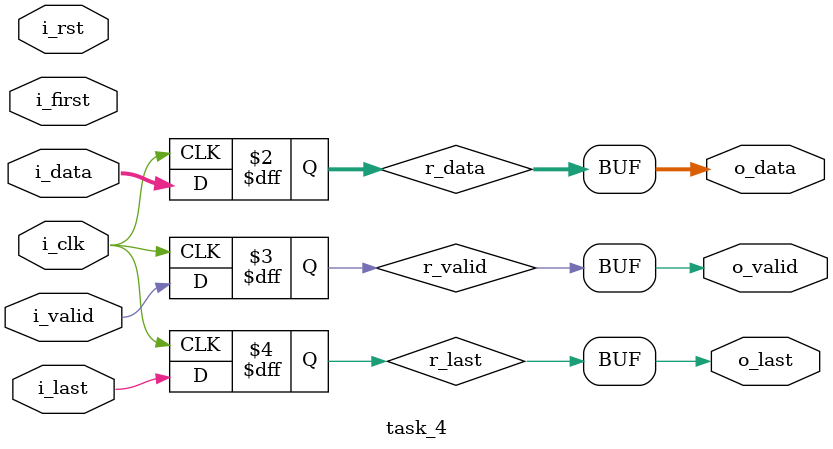
<source format=sv>
`timescale 1ns / 1ps
module task_4
#(
    parameter int TASK_INPUT_WIDTH  = 16,
    parameter int TASK_OUTPUT_WIDTH = 16,
    parameter int INPUT_STREAMS     = 1,
    parameter int OUTPUT_STREAMS    = 1

)(
  input                         i_clk,
  input                         i_rst,

  input                         i_valid,
  input                         i_first,
  input                         i_last,
  input [TASK_INPUT_WIDTH -1:0] i_data,

  output logic                  o_valid,
  output logic                  o_last,
  output logic [TASK_OUTPUT_WIDTH -1:0] o_data
);

  logic [TASK_OUTPUT_WIDTH-1:0] r_data; // Just a dummy register. Replace with your code.
  logic r_valid; // Just a dummy register. Replace with your code.
  logic r_last; // Just a dummy register. Replace with your code.

  always@(posedge i_clk) begin
    r_data <= i_data; // Just a dummy assignement. Replace with your code.
    r_valid <= i_valid; // Just a dummy assignement. Replace with your code.
    r_last <= i_last; // Just a dummy assignement. Replace with your code.
  end

  assign o_data = r_data; // Just a dummy assignement. Replace with your code.
  assign o_valid = r_valid; // Just a dummy assignement. Replace with your code.
  assign o_last = r_last; // Just a dummy assignement. Replace with your code.

endmodule



</source>
